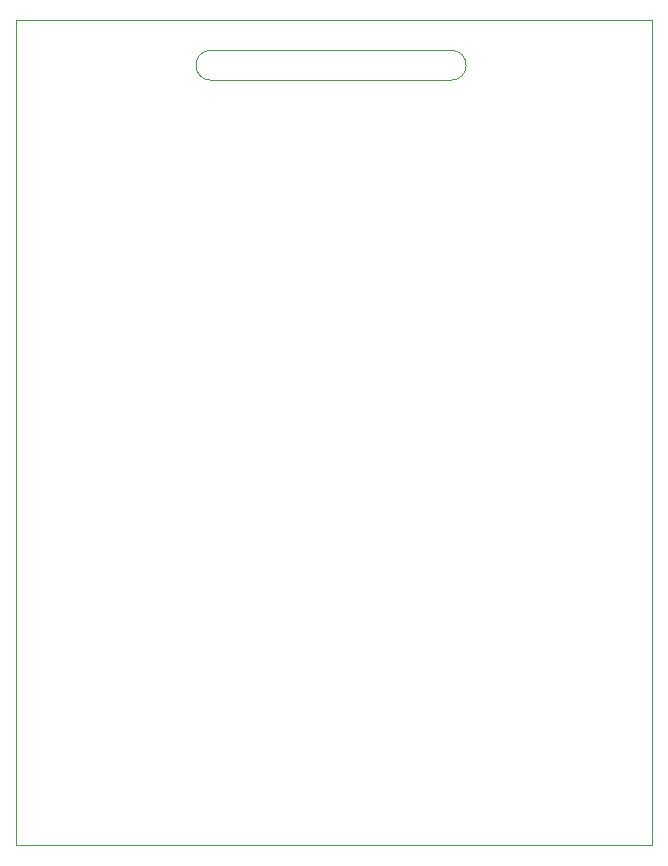
<source format=gm1>
G04 #@! TF.GenerationSoftware,KiCad,Pcbnew,(5.1.5-0-10_14)*
G04 #@! TF.CreationDate,2019-12-18T22:01:42+01:00*
G04 #@! TF.ProjectId,ghost,67686f73-742e-46b6-9963-61645f706362,v1.0.0*
G04 #@! TF.SameCoordinates,Original*
G04 #@! TF.FileFunction,Profile,NP*
%FSLAX46Y46*%
G04 Gerber Fmt 4.6, Leading zero omitted, Abs format (unit mm)*
G04 Created by KiCad (PCBNEW (5.1.5-0-10_14)) date 2019-12-18 22:01:42*
%MOMM*%
%LPD*%
G04 APERTURE LIST*
%ADD10C,0.050000*%
%ADD11C,0.025400*%
G04 APERTURE END LIST*
D10*
X143510000Y-62230000D02*
G75*
G02X143510000Y-59690000I0J1270000D01*
G01*
X163830000Y-59690000D02*
G75*
G02X163830000Y-62230000I0J-1270000D01*
G01*
X143510000Y-62230000D02*
X163830000Y-62230000D01*
X163830000Y-59690000D02*
X143510000Y-59690000D01*
D11*
X180848000Y-57150000D02*
X127000000Y-57150000D01*
X127000000Y-127000000D02*
X180848000Y-127000000D01*
X127000000Y-127000000D02*
X127000000Y-57150000D01*
X180848000Y-127000000D02*
X180848000Y-57150000D01*
M02*

</source>
